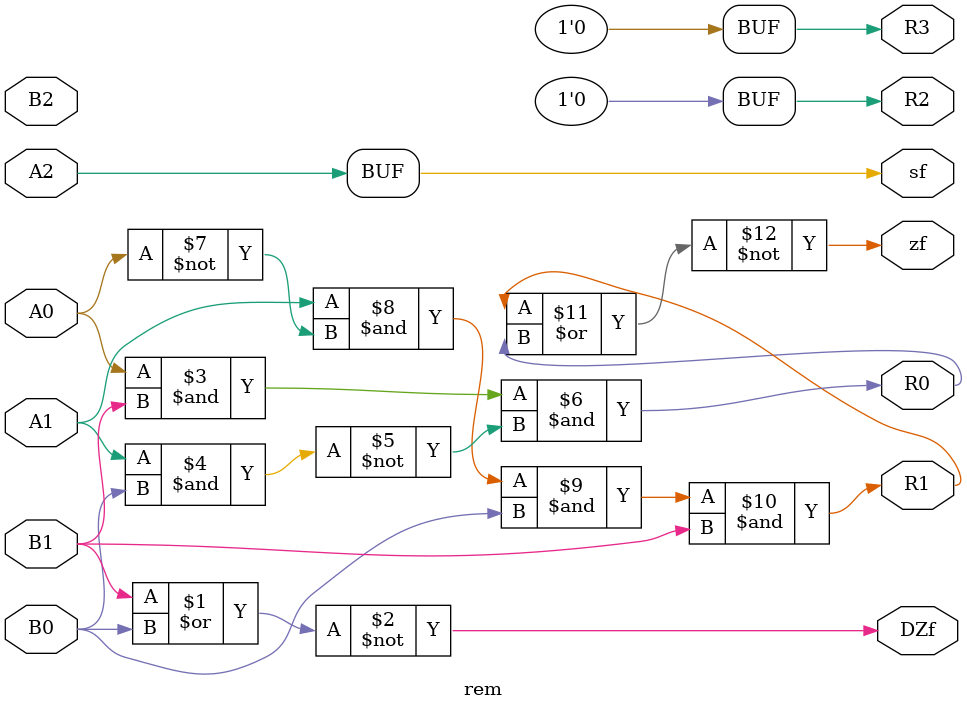
<source format=v>


module rem (A2, A1, A0, B2, B1, B0, sf, R3, R2, R1, R0, DZf, zf);

    input A2, A1, A0, B2, B1, B0;
    output sf, R3, R2, R1, R0, DZf, zf;

    
    assign DZf = ~(B1 | B0); 

    assign R0 = A0 & B1 & (~(A1 & B0));
    assign R1 = A1 & (~A0) & B0 & B1;
    assign R2 = 0;
    assign R3 = 0;
    assign sf = A2;
    assign zf = ~(R1 | R0);

endmodule
</source>
